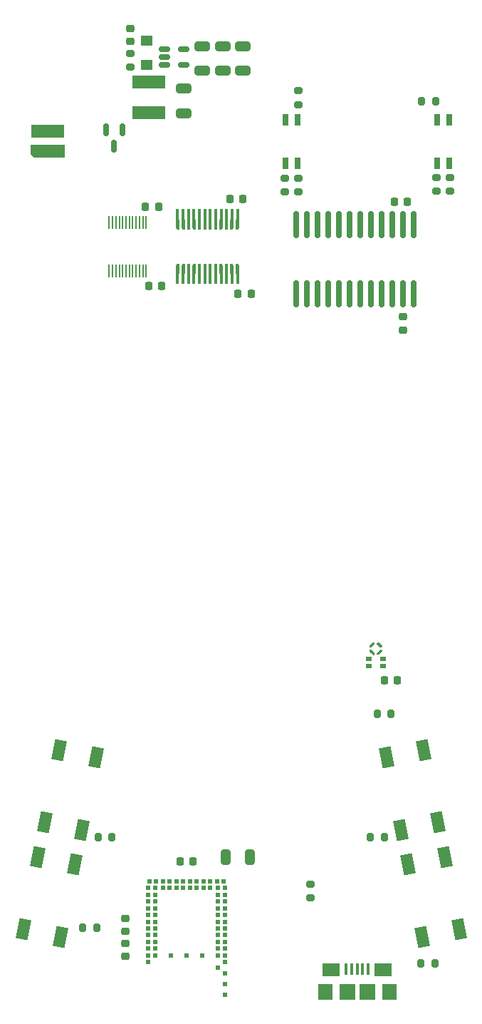
<source format=gbr>
%TF.GenerationSoftware,KiCad,Pcbnew,(6.0.1-0)*%
%TF.CreationDate,2022-05-13T10:35:12-07:00*%
%TF.ProjectId,badge_eda,62616467-655f-4656-9461-2e6b69636164,rev?*%
%TF.SameCoordinates,Original*%
%TF.FileFunction,Paste,Bot*%
%TF.FilePolarity,Positive*%
%FSLAX46Y46*%
G04 Gerber Fmt 4.6, Leading zero omitted, Abs format (unit mm)*
G04 Created by KiCad (PCBNEW (6.0.1-0)) date 2022-05-13 10:35:12*
%MOMM*%
%LPD*%
G01*
G04 APERTURE LIST*
G04 Aperture macros list*
%AMRoundRect*
0 Rectangle with rounded corners*
0 $1 Rounding radius*
0 $2 $3 $4 $5 $6 $7 $8 $9 X,Y pos of 4 corners*
0 Add a 4 corners polygon primitive as box body*
4,1,4,$2,$3,$4,$5,$6,$7,$8,$9,$2,$3,0*
0 Add four circle primitives for the rounded corners*
1,1,$1+$1,$2,$3*
1,1,$1+$1,$4,$5*
1,1,$1+$1,$6,$7*
1,1,$1+$1,$8,$9*
0 Add four rect primitives between the rounded corners*
20,1,$1+$1,$2,$3,$4,$5,0*
20,1,$1+$1,$4,$5,$6,$7,0*
20,1,$1+$1,$6,$7,$8,$9,0*
20,1,$1+$1,$8,$9,$2,$3,0*%
%AMRotRect*
0 Rectangle, with rotation*
0 The origin of the aperture is its center*
0 $1 length*
0 $2 width*
0 $3 Rotation angle, in degrees counterclockwise*
0 Add horizontal line*
21,1,$1,$2,0,0,$3*%
%AMOutline5P*
0 Free polygon, 5 corners , with rotation*
0 The origin of the aperture is its center*
0 number of corners: always 5*
0 $1 to $10 corner X, Y*
0 $11 Rotation angle, in degrees counterclockwise*
0 create outline with 5 corners*
4,1,5,$1,$2,$3,$4,$5,$6,$7,$8,$9,$10,$1,$2,$11*%
%AMOutline6P*
0 Free polygon, 6 corners , with rotation*
0 The origin of the aperture is its center*
0 number of corners: always 6*
0 $1 to $12 corner X, Y*
0 $13 Rotation angle, in degrees counterclockwise*
0 create outline with 6 corners*
4,1,6,$1,$2,$3,$4,$5,$6,$7,$8,$9,$10,$11,$12,$1,$2,$13*%
%AMOutline7P*
0 Free polygon, 7 corners , with rotation*
0 The origin of the aperture is its center*
0 number of corners: always 7*
0 $1 to $14 corner X, Y*
0 $15 Rotation angle, in degrees counterclockwise*
0 create outline with 7 corners*
4,1,7,$1,$2,$3,$4,$5,$6,$7,$8,$9,$10,$11,$12,$13,$14,$1,$2,$15*%
%AMOutline8P*
0 Free polygon, 8 corners , with rotation*
0 The origin of the aperture is its center*
0 number of corners: always 8*
0 $1 to $16 corner X, Y*
0 $17 Rotation angle, in degrees counterclockwise*
0 create outline with 8 corners*
4,1,8,$1,$2,$3,$4,$5,$6,$7,$8,$9,$10,$11,$12,$13,$14,$15,$16,$1,$2,$17*%
G04 Aperture macros list end*
%ADD10C,0.300000*%
%ADD11RotRect,2.400000X1.400000X78.730000*%
%ADD12RoundRect,0.225000X0.250000X-0.225000X0.250000X0.225000X-0.250000X0.225000X-0.250000X-0.225000X0*%
%ADD13RoundRect,0.250000X-0.650000X0.325000X-0.650000X-0.325000X0.650000X-0.325000X0.650000X0.325000X0*%
%ADD14RoundRect,0.150000X-0.150000X0.587500X-0.150000X-0.587500X0.150000X-0.587500X0.150000X0.587500X0*%
%ADD15R,0.725000X0.522000*%
%ADD16RoundRect,0.150000X-0.512500X-0.150000X0.512500X-0.150000X0.512500X0.150000X-0.512500X0.150000X0*%
%ADD17RoundRect,0.200000X0.200000X0.275000X-0.200000X0.275000X-0.200000X-0.275000X0.200000X-0.275000X0*%
%ADD18RotRect,2.400000X1.400000X281.270000*%
%ADD19RoundRect,0.200000X-0.275000X0.200000X-0.275000X-0.200000X0.275000X-0.200000X0.275000X0.200000X0*%
%ADD20RoundRect,0.225000X0.225000X0.250000X-0.225000X0.250000X-0.225000X-0.250000X0.225000X-0.250000X0*%
%ADD21RoundRect,0.150000X0.150000X-1.450000X0.150000X1.450000X-0.150000X1.450000X-0.150000X-1.450000X0*%
%ADD22R,1.400000X1.300000*%
%ADD23RoundRect,0.225000X-0.225000X-0.250000X0.225000X-0.250000X0.225000X0.250000X-0.225000X0.250000X0*%
%ADD24R,0.500000X0.500000*%
%ADD25R,0.400000X1.350000*%
%ADD26R,1.800000X1.900000*%
%ADD27R,1.900000X1.900000*%
%ADD28R,2.100000X1.600000*%
%ADD29RoundRect,0.200000X0.275000X-0.200000X0.275000X0.200000X-0.275000X0.200000X-0.275000X-0.200000X0*%
%ADD30R,0.400000X1.200000*%
%ADD31RoundRect,0.100000X0.100000X-0.637500X0.100000X0.637500X-0.100000X0.637500X-0.100000X-0.637500X0*%
%ADD32R,0.450000X1.750000*%
%ADD33RoundRect,0.225000X-0.250000X0.225000X-0.250000X-0.225000X0.250000X-0.225000X0.250000X0.225000X0*%
%ADD34RoundRect,0.200000X-0.200000X-0.275000X0.200000X-0.275000X0.200000X0.275000X-0.200000X0.275000X0*%
%ADD35R,0.800000X1.400000*%
%ADD36R,4.000000X1.500000*%
%ADD37Outline5P,-2.000000X0.750000X2.000000X0.750000X2.000000X-0.750000X-1.700000X-0.750000X-2.000000X-0.450000X0.000000*%
%ADD38RoundRect,0.062500X0.062500X-0.675000X0.062500X0.675000X-0.062500X0.675000X-0.062500X-0.675000X0*%
%ADD39RoundRect,0.250000X-0.325000X-0.650000X0.325000X-0.650000X0.325000X0.650000X-0.325000X0.650000X0*%
G04 APERTURE END LIST*
D10*
%TO.C,MK1*%
X142400000Y-110510000D02*
G75*
G03*
X142728761Y-110834011I600001J280001D01*
G01*
X143600000Y-109950000D02*
G75*
G03*
X143271239Y-109625989I-600001J-280001D01*
G01*
X142720000Y-109630000D02*
G75*
G03*
X142395989Y-109958761I280001J-600001D01*
G01*
X143280000Y-110830000D02*
G75*
G03*
X143603799Y-110501710I-279997J599996D01*
G01*
%TD*%
D11*
%TO.C,SW4*%
X107206517Y-135824568D03*
X105486710Y-144454879D03*
X101073483Y-143575432D03*
X102793290Y-134945121D03*
%TD*%
D12*
%TO.C,C9*%
X113800000Y-38125000D03*
X113800000Y-36575000D03*
%TD*%
D13*
%TO.C,C10*%
X122400000Y-38675000D03*
X122400000Y-41625000D03*
%TD*%
D14*
%TO.C,Q1*%
X110950000Y-48662500D03*
X112850000Y-48662500D03*
X111900000Y-50537500D03*
%TD*%
D15*
%TO.C,MK1*%
X142162500Y-112304000D03*
X142162500Y-111482000D03*
X143837500Y-111482000D03*
X143837500Y-112304000D03*
%TD*%
D16*
%TO.C,U3*%
X117862500Y-40950000D03*
X117862500Y-40000000D03*
X117862500Y-39050000D03*
X120137500Y-39050000D03*
X120137500Y-40950000D03*
%TD*%
D13*
%TO.C,C11*%
X124800000Y-38675000D03*
X124800000Y-41625000D03*
%TD*%
D17*
%TO.C,R4*%
X150125000Y-45200000D03*
X148475000Y-45200000D03*
%TD*%
D18*
%TO.C,SW1*%
X145973290Y-131754879D03*
X144253483Y-123124568D03*
X148666710Y-122245121D03*
X150386517Y-130875432D03*
%TD*%
D19*
%TO.C,R3*%
X132200000Y-54375000D03*
X132200000Y-56025000D03*
%TD*%
D20*
%TO.C,C5*%
X121275000Y-135500000D03*
X119725000Y-135500000D03*
%TD*%
D21*
%TO.C,U4*%
X147485000Y-68075000D03*
X146215000Y-68075000D03*
X144945000Y-68075000D03*
X143675000Y-68075000D03*
X142405000Y-68075000D03*
X141135000Y-68075000D03*
X139865000Y-68075000D03*
X138595000Y-68075000D03*
X137325000Y-68075000D03*
X136055000Y-68075000D03*
X134785000Y-68075000D03*
X133515000Y-68075000D03*
X133515000Y-59925000D03*
X134785000Y-59925000D03*
X136055000Y-59925000D03*
X137325000Y-59925000D03*
X138595000Y-59925000D03*
X139865000Y-59925000D03*
X141135000Y-59925000D03*
X142405000Y-59925000D03*
X143675000Y-59925000D03*
X144945000Y-59925000D03*
X146215000Y-59925000D03*
X147485000Y-59925000D03*
%TD*%
D19*
%TO.C,R5*%
X151800000Y-54275000D03*
X151800000Y-55925000D03*
%TD*%
D22*
%TO.C,D24*%
X115750000Y-38050000D03*
X115750000Y-40950000D03*
%TD*%
D17*
%TO.C,R8*%
X150025000Y-147600000D03*
X148375000Y-147600000D03*
%TD*%
D23*
%TO.C,C13*%
X144025000Y-114000000D03*
X145575000Y-114000000D03*
%TD*%
D24*
%TO.C,U1*%
X125050000Y-147450000D03*
X125050000Y-146650000D03*
X124250000Y-146650000D03*
X125050000Y-145850000D03*
X124250000Y-145850000D03*
X125050000Y-145050000D03*
X124250000Y-145050000D03*
X125050000Y-144250000D03*
X124250000Y-144250000D03*
X125050000Y-143450000D03*
X124250000Y-143450000D03*
X125050000Y-142650000D03*
X124250000Y-142650000D03*
X125050000Y-141850000D03*
X124250000Y-141850000D03*
X125050000Y-141050000D03*
X124250000Y-141050000D03*
X125050000Y-140250000D03*
X124250000Y-140250000D03*
X125050000Y-139450000D03*
X124250000Y-139450000D03*
X125050000Y-138650000D03*
X124250000Y-138650000D03*
X124900000Y-137850000D03*
X124100000Y-137850000D03*
X123300000Y-137850000D03*
X123300000Y-138650000D03*
X122500000Y-137850000D03*
X122500000Y-138650000D03*
X121700000Y-137850000D03*
X121700000Y-138650000D03*
X120900000Y-137850000D03*
X120900000Y-138650000D03*
X120100000Y-137850000D03*
X120100000Y-138650000D03*
X119300000Y-137850000D03*
X119300000Y-138650000D03*
X118500000Y-137850000D03*
X118500000Y-138650000D03*
X117700000Y-137850000D03*
X117700000Y-138650000D03*
X116900000Y-137850000D03*
X116100000Y-137850000D03*
X115950000Y-138650000D03*
X116750000Y-138650000D03*
X115950000Y-139450000D03*
X116750000Y-139450000D03*
X115950000Y-140250000D03*
X116750000Y-140250000D03*
X115950000Y-141050000D03*
X116750000Y-141050000D03*
X115950000Y-141850000D03*
X116750000Y-141850000D03*
X115950000Y-142650000D03*
X116750000Y-142650000D03*
X115950000Y-143450000D03*
X116750000Y-143450000D03*
X115950000Y-144250000D03*
X116750000Y-144250000D03*
X115950000Y-145050000D03*
X116750000Y-145050000D03*
X115950000Y-145850000D03*
X116750000Y-145850000D03*
X115950000Y-146650000D03*
X116750000Y-146650000D03*
X115950000Y-147450000D03*
X125050000Y-148750000D03*
X125050000Y-150050000D03*
X125050000Y-151350000D03*
X118625000Y-146650000D03*
X120500000Y-146650000D03*
X122375000Y-146650000D03*
X124250000Y-148100000D03*
%TD*%
D25*
%TO.C,J1*%
X142100000Y-148275000D03*
X141450000Y-148275000D03*
X140800000Y-148275000D03*
X140150000Y-148275000D03*
X139500000Y-148275000D03*
D26*
X144600000Y-150950000D03*
X137000000Y-150950000D03*
D27*
X142000000Y-150950000D03*
X139600000Y-150950000D03*
D28*
X143900000Y-148400000D03*
X137700000Y-148400000D03*
%TD*%
D11*
%TO.C,SW3*%
X109746517Y-123124568D03*
X108026710Y-131754879D03*
X103613483Y-130875432D03*
X105333290Y-122245121D03*
%TD*%
D17*
%TO.C,R9*%
X111625000Y-132600000D03*
X109975000Y-132600000D03*
%TD*%
D29*
%TO.C,R12*%
X113800000Y-41175000D03*
X113800000Y-39525000D03*
%TD*%
D30*
%TO.C,U2*%
X126492500Y-65100000D03*
D31*
X126575000Y-65362500D03*
D32*
X126575000Y-66100000D03*
D31*
X125925000Y-65362500D03*
D30*
X125857500Y-65100000D03*
D32*
X125925000Y-66100000D03*
D30*
X125222500Y-65100000D03*
D31*
X125275000Y-65362500D03*
D32*
X125275000Y-66100000D03*
D30*
X124587500Y-65100000D03*
D31*
X124625000Y-65362500D03*
D32*
X124625000Y-66100000D03*
D31*
X123975000Y-65362500D03*
D32*
X123975000Y-66100000D03*
D30*
X123952500Y-65100000D03*
D31*
X123325000Y-65362500D03*
D30*
X123317500Y-65100000D03*
D32*
X123325000Y-66100000D03*
D30*
X122682500Y-65100000D03*
D31*
X122675000Y-65362500D03*
D32*
X122675000Y-66100000D03*
D31*
X122025000Y-65362500D03*
D32*
X122025000Y-66100000D03*
D30*
X122047500Y-65100000D03*
X121412500Y-65100000D03*
D32*
X121375000Y-66100000D03*
D31*
X121375000Y-65362500D03*
D32*
X120725000Y-66100000D03*
D30*
X120777500Y-65100000D03*
D31*
X120725000Y-65362500D03*
D30*
X120142500Y-65100000D03*
D32*
X120075000Y-66100000D03*
D31*
X120075000Y-65362500D03*
X119425000Y-65362500D03*
D30*
X119507500Y-65100000D03*
D32*
X119425000Y-66100000D03*
D31*
X119425000Y-59637500D03*
D32*
X119425000Y-58900000D03*
D30*
X119507500Y-59900000D03*
X120142500Y-59900000D03*
D31*
X120075000Y-59637500D03*
D32*
X120075000Y-58900000D03*
D31*
X120725000Y-59637500D03*
D30*
X120777500Y-59900000D03*
D32*
X120725000Y-58900000D03*
X121375000Y-58900000D03*
D30*
X121412500Y-59900000D03*
D31*
X121375000Y-59637500D03*
D30*
X122047500Y-59900000D03*
D31*
X122025000Y-59637500D03*
D32*
X122025000Y-58900000D03*
X122675000Y-58900000D03*
D30*
X122682500Y-59900000D03*
D31*
X122675000Y-59637500D03*
D32*
X123325000Y-58900000D03*
D30*
X123317500Y-59900000D03*
D31*
X123325000Y-59637500D03*
X123975000Y-59637500D03*
D30*
X123952500Y-59900000D03*
D32*
X123975000Y-58900000D03*
X124625000Y-58900000D03*
D30*
X124587500Y-59900000D03*
D31*
X124625000Y-59637500D03*
X125275000Y-59637500D03*
D32*
X125275000Y-58900000D03*
D30*
X125222500Y-59900000D03*
X125857500Y-59900000D03*
D32*
X125925000Y-58900000D03*
D31*
X125925000Y-59637500D03*
D30*
X126492500Y-59900000D03*
D31*
X126575000Y-59637500D03*
D32*
X126575000Y-58900000D03*
%TD*%
D13*
%TO.C,C8*%
X120200000Y-43725000D03*
X120200000Y-46675000D03*
%TD*%
D18*
%TO.C,SW2*%
X148513290Y-144454879D03*
X146793483Y-135824568D03*
X151206710Y-134945121D03*
X152926517Y-143575432D03*
%TD*%
D19*
%TO.C,R6*%
X150200000Y-54275000D03*
X150200000Y-55925000D03*
%TD*%
D33*
%TO.C,C6*%
X146200000Y-70825000D03*
X146200000Y-72375000D03*
%TD*%
D34*
%TO.C,R13*%
X143175000Y-118000000D03*
X144825000Y-118000000D03*
%TD*%
D19*
%TO.C,R11*%
X135200000Y-138175000D03*
X135200000Y-139825000D03*
%TD*%
D35*
%TO.C,D22*%
X132275000Y-52600000D03*
X132275000Y-47400000D03*
X133725000Y-47400000D03*
X133725000Y-52600000D03*
%TD*%
D12*
%TO.C,C1*%
X113200000Y-143775000D03*
X113200000Y-142225000D03*
%TD*%
D23*
%TO.C,C14*%
X126625000Y-68100000D03*
X128175000Y-68100000D03*
%TD*%
D36*
%TO.C,J2*%
X104000000Y-48800000D03*
D37*
X104000000Y-51200000D03*
%TD*%
D23*
%TO.C,C4*%
X116025000Y-67200000D03*
X117575000Y-67200000D03*
%TD*%
D17*
%TO.C,R10*%
X109825000Y-143400000D03*
X108175000Y-143400000D03*
%TD*%
D35*
%TO.C,D23*%
X150275000Y-52600000D03*
X150275000Y-47400000D03*
X151725000Y-47400000D03*
X151725000Y-52600000D03*
%TD*%
D13*
%TO.C,C12*%
X127200000Y-38675000D03*
X127200000Y-41625000D03*
%TD*%
D34*
%TO.C,R7*%
X142375000Y-132600000D03*
X144025000Y-132600000D03*
%TD*%
D20*
%TO.C,C15*%
X127175000Y-56800000D03*
X125625000Y-56800000D03*
%TD*%
D19*
%TO.C,R2*%
X133800000Y-54375000D03*
X133800000Y-56025000D03*
%TD*%
D38*
%TO.C,U5*%
X115700000Y-65362500D03*
X115300000Y-65362500D03*
X114900000Y-65362500D03*
X114500000Y-65362500D03*
X114100000Y-65362500D03*
X113700000Y-65362500D03*
X113300000Y-65362500D03*
X112900000Y-65362500D03*
X112500000Y-65362500D03*
X112100000Y-65362500D03*
X111700000Y-65362500D03*
X111300000Y-65362500D03*
X111300000Y-59637500D03*
X111700000Y-59637500D03*
X112100000Y-59637500D03*
X112500000Y-59637500D03*
X112900000Y-59637500D03*
X113300000Y-59637500D03*
X113700000Y-59637500D03*
X114100000Y-59637500D03*
X114500000Y-59637500D03*
X114900000Y-59637500D03*
X115300000Y-59637500D03*
X115700000Y-59637500D03*
%TD*%
D29*
%TO.C,R1*%
X133800000Y-45625000D03*
X133800000Y-43975000D03*
%TD*%
D12*
%TO.C,C2*%
X113200000Y-146775000D03*
X113200000Y-145225000D03*
%TD*%
D23*
%TO.C,C16*%
X115625000Y-57800000D03*
X117175000Y-57800000D03*
%TD*%
D39*
%TO.C,C3*%
X125125000Y-135000000D03*
X128075000Y-135000000D03*
%TD*%
D36*
%TO.C,L1*%
X116000000Y-46550000D03*
X116000000Y-42950000D03*
%TD*%
D20*
%TO.C,C7*%
X146775000Y-57200000D03*
X145225000Y-57200000D03*
%TD*%
M02*

</source>
